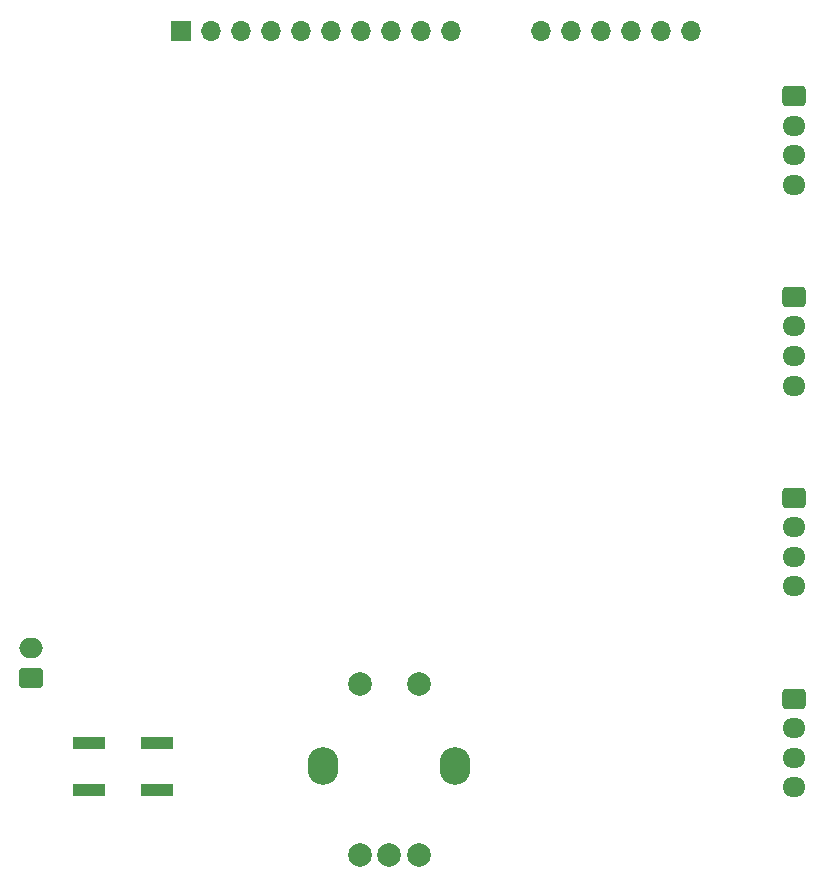
<source format=gbr>
%TF.GenerationSoftware,KiCad,Pcbnew,6.0.5-a6ca702e91~116~ubuntu20.04.1*%
%TF.CreationDate,2022-07-22T15:09:43-05:00*%
%TF.ProjectId,FormulaMixer_PCB-rounded,466f726d-756c-4614-9d69-7865725f5043,rev?*%
%TF.SameCoordinates,Original*%
%TF.FileFunction,Soldermask,Bot*%
%TF.FilePolarity,Negative*%
%FSLAX46Y46*%
G04 Gerber Fmt 4.6, Leading zero omitted, Abs format (unit mm)*
G04 Created by KiCad (PCBNEW 6.0.5-a6ca702e91~116~ubuntu20.04.1) date 2022-07-22 15:09:43*
%MOMM*%
%LPD*%
G01*
G04 APERTURE LIST*
G04 Aperture macros list*
%AMRoundRect*
0 Rectangle with rounded corners*
0 $1 Rounding radius*
0 $2 $3 $4 $5 $6 $7 $8 $9 X,Y pos of 4 corners*
0 Add a 4 corners polygon primitive as box body*
4,1,4,$2,$3,$4,$5,$6,$7,$8,$9,$2,$3,0*
0 Add four circle primitives for the rounded corners*
1,1,$1+$1,$2,$3*
1,1,$1+$1,$4,$5*
1,1,$1+$1,$6,$7*
1,1,$1+$1,$8,$9*
0 Add four rect primitives between the rounded corners*
20,1,$1+$1,$2,$3,$4,$5,0*
20,1,$1+$1,$4,$5,$6,$7,0*
20,1,$1+$1,$6,$7,$8,$9,0*
20,1,$1+$1,$8,$9,$2,$3,0*%
G04 Aperture macros list end*
%ADD10RoundRect,0.250000X-0.725000X0.600000X-0.725000X-0.600000X0.725000X-0.600000X0.725000X0.600000X0*%
%ADD11O,1.950000X1.700000*%
%ADD12RoundRect,0.250000X0.750000X-0.600000X0.750000X0.600000X-0.750000X0.600000X-0.750000X-0.600000X0*%
%ADD13O,2.000000X1.700000*%
%ADD14R,1.700000X1.700000*%
%ADD15O,1.700000X1.700000*%
%ADD16R,2.750000X1.000000*%
%ADD17RoundRect,1.300000X0.000000X0.300000X0.000000X0.300000X0.000000X-0.300000X0.000000X-0.300000X0*%
%ADD18C,2.000000*%
G04 APERTURE END LIST*
D10*
%TO.C,J4*%
X120500000Y-101500000D03*
D11*
X120500000Y-104000000D03*
X120500000Y-106500000D03*
X120500000Y-109000000D03*
%TD*%
D12*
%TO.C,J5*%
X55975000Y-99750000D03*
D13*
X55975000Y-97250000D03*
%TD*%
D14*
%TO.C,U7*%
X68610000Y-45000000D03*
D15*
X71150000Y-45000000D03*
X73690000Y-45000000D03*
X76230000Y-45000000D03*
X78770000Y-45000000D03*
X81310000Y-45000000D03*
X83850000Y-45000000D03*
X86390000Y-45000000D03*
X88930000Y-45000000D03*
X91470000Y-45000000D03*
X99090000Y-45000000D03*
X101630000Y-45000000D03*
X104170000Y-45000000D03*
X106710000Y-45000000D03*
X109250000Y-45000000D03*
X111790000Y-45000000D03*
%TD*%
D10*
%TO.C,J2*%
X120500000Y-67500000D03*
D11*
X120500000Y-70000000D03*
X120500000Y-72500000D03*
X120500000Y-75000000D03*
%TD*%
D10*
%TO.C,J3*%
X120500000Y-84500000D03*
D11*
X120500000Y-87000000D03*
X120500000Y-89500000D03*
X120500000Y-92000000D03*
%TD*%
D10*
%TO.C,J1*%
X120500000Y-50500000D03*
D11*
X120500000Y-53000000D03*
X120500000Y-55500000D03*
X120500000Y-58000000D03*
%TD*%
D16*
%TO.C,SW2*%
X60870000Y-109250000D03*
X66630000Y-109250000D03*
X66630000Y-105250000D03*
X60870000Y-105250000D03*
%TD*%
D17*
%TO.C,SW1*%
X91850000Y-107250000D03*
X80650000Y-107250000D03*
D18*
X88750000Y-114750000D03*
X83750000Y-114750000D03*
X86250000Y-114750000D03*
X88750000Y-100250000D03*
X83750000Y-100250000D03*
%TD*%
M02*

</source>
